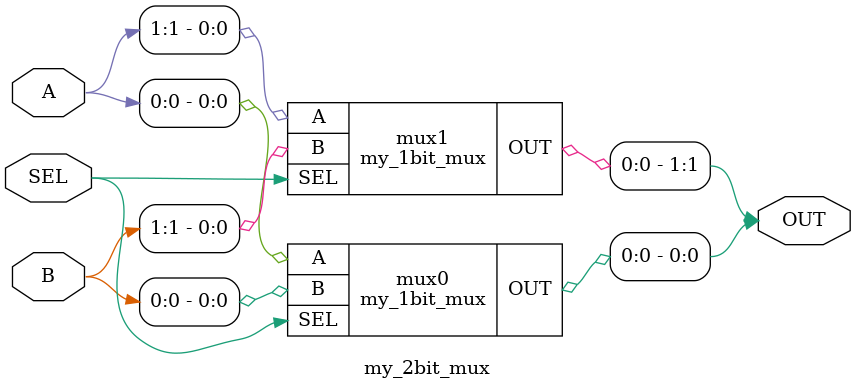
<source format=v>
`timescale 1ns/100ps

module my_not (input IN,
              output OUT);
    //assign #(1:3.5:6, 1:3.5:6) OUT = ~IN;  
    assign #(0:4:5, 0:4:5) OUT = ~IN;//La hoja del fabricante no indica tiempo mínimo 
endmodule

// Representación de la compuerta OR SN74LVC2G32-Q1, $0.46 unidad,
module my_or (input A,
              input B,
              output OUT);
    //assign #(1:3.7:6.5, 1:4:7) OUT = A | B;
    assign #(1:5.8:5.8, 1:5.8:5.8) OUT = A | B; // Vcc = 3.3 V. La hoja del fabricante no indica tiempo típico, se asume peor caso
endmodule

// Representación de la compuerta AND SN74AUP2G08, $0.35 unidad
module my_and (input A,
              input B,
              output OUT);
    //assign #(0.8:2.1:3.4, 0.8:2.1:3.4) OUT = A & B;
    assign #(0.9:3.3:5.5, 0.9:3.3:5.5) OUT = A & B; // Vcc = 3.3 V, CL = 15 pF
endmodule

// Representación del FFD SN74LVC1G80-Q1, $0.2 unidad, tpd(1.3:4.2), no indica tiempo típico, se asume peor caso
module my_flop (input [1:0] D,
                input clk,
                output reg [1:0] Q);
    always @(posedge clk)
        #4.2
        Q <= D;
endmodule

// Representación del diagrama del IC SN74LVC2G157, $1.11 unidad
module my_1bit_mux(input A,
              input B,
              input SEL,
              output OUT);
    wire salAndA_notSel, salAndB_Sel, salNotSel;
    my_not notSel( .IN(SEL),
                   .OUT(salNotSel));
    
    my_and andA_notSel ( .A(A),
                         .B(salNotSel),
                         .OUT(salAndA_notSel));

    my_and andB_Sel ( .A(B),
                      .B(SEL),
                      .OUT(salAndB_Sel));

    my_or orOUT ( .A(salAndA_notSel),
                  .B(salAndB_Sel),
                  .OUT(OUT));
endmodule

module my_2bit_mux(input [1:0] A,
                   input [1:0] B,
                   input SEL,
                   output [1:0] OUT);
    
    my_1bit_mux mux0( .A(A[0]),
                      .B(B[0]),
                      .SEL(SEL),
                      .OUT(OUT[0]));

    my_1bit_mux mux1( .A(A[1]),
                      .B(B[1]),
                      .SEL(SEL),
                      .OUT(OUT[1]));

endmodule
</source>
